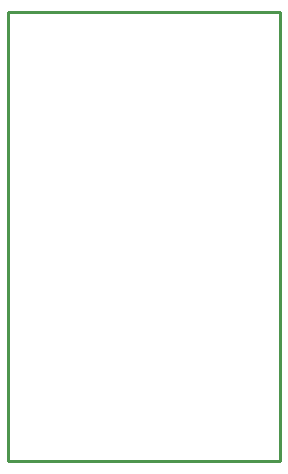
<source format=gko>
G04*
G04 #@! TF.GenerationSoftware,Altium Limited,Altium Designer,21.3.2 (30)*
G04*
G04 Layer_Color=16711935*
%FSLAX25Y25*%
%MOIN*%
G70*
G04*
G04 #@! TF.SameCoordinates,B7D7C0A0-A55D-4CC8-836F-116C6F14137B*
G04*
G04*
G04 #@! TF.FilePolarity,Positive*
G04*
G01*
G75*
%ADD12C,0.01000*%
D12*
X90551Y0D02*
Y149606D01*
X0Y0D02*
X90551D01*
X0Y149606D02*
X90551D01*
X0Y0D02*
Y149606D01*
M02*

</source>
